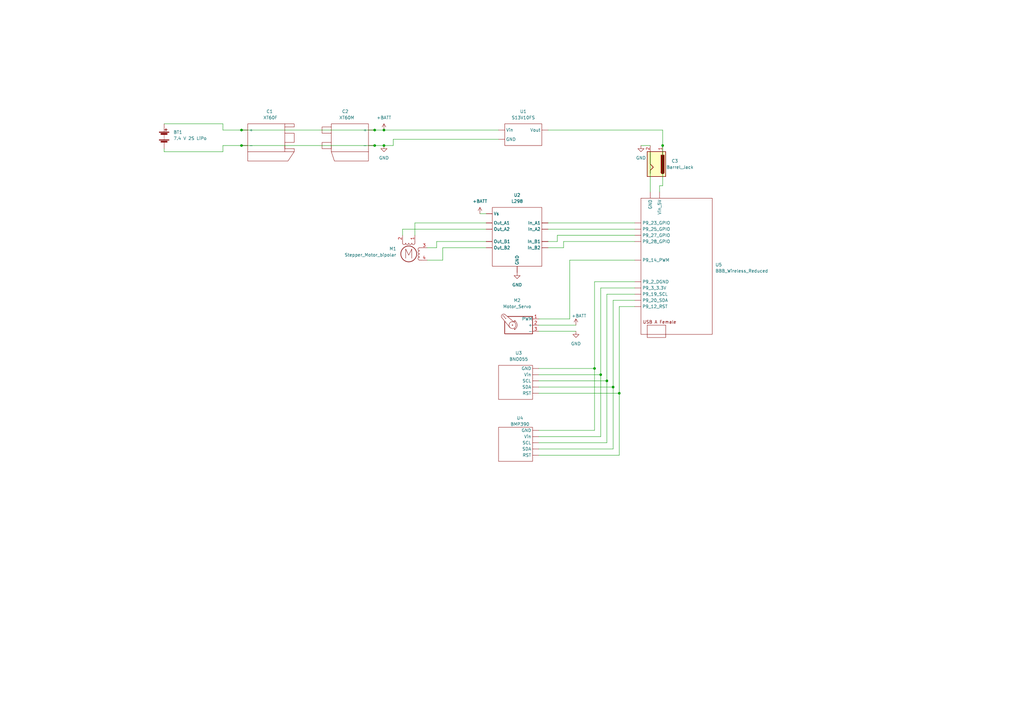
<source format=kicad_sch>
(kicad_sch (version 20211123) (generator eeschema)
  (paper "A3")
  (title_block (title "Payload Main Circuit") (date "2022-12-16") (rev "1.1"))
  (lib_symbols
    (symbol "Connector:Barrel_Jack" (pin_names (offset 1.016))
      (property "Reference" "J" (at 0 5.334 0))
      (property "Value" "Barrel_Jack" (at 0 -5.08 0))
      (symbol "Barrel_Jack_0_1"
        (rectangle (start -5.08 3.81) (end 5.08 -3.81) (stroke (width 0.254)) (fill (type background)))
        (arc (start -3.302 3.175) (mid -3.937 2.54) (end -3.302 1.905) (stroke (width 0.254)))
        (arc (start -3.302 3.175) (mid -3.937 2.54) (end -3.302 1.905) (stroke (width 0.254)) (fill (type outline)))
        (polyline (pts (xy 5.08 2.54) (xy 3.81 2.54)) (stroke (width 0.254)))
        (polyline (pts (xy -3.81 -2.54) (xy -2.54 -2.54) (xy -1.27 -1.27) (xy 0 -2.54) (xy 2.54 -2.54) (xy 5.08 -2.54)) (stroke (width 0.254)))
        (rectangle (start 3.683 3.175) (end -3.302 1.905) (stroke (width 0.254)) (fill (type outline)))
      )
      (symbol "Barrel_Jack_1_1"
        (pin passive line (at 7.62 2.54 180) (length 2.54) (name "~") (number "1"))
        (pin passive line (at 7.62 -2.54 180) (length 2.54) (name "~") (number "2"))
      )
    )
    (symbol "Device:Battery" (pin_numbers hide) (pin_names (offset 0) hide)
      (property "Reference" "BT" (at 2.54 2.54 0))
      (property "Value" "Battery" (at 2.54 0 0))
      (symbol "Battery_0_1"
        (rectangle (start -2.032 -1.397) (end 2.032 -1.651) (fill (type outline)))
        (rectangle (start -2.032 1.778) (end 2.032 1.524) (fill (type outline)))
        (rectangle (start -1.3208 -1.9812) (end 1.27 -2.4892) (fill (type outline)))
        (rectangle (start -1.3208 1.1938) (end 1.27 0.6858) (fill (type outline)))
        (polyline (pts (xy 0 -1.524) (xy 0 -1.27)))
        (polyline (pts (xy 0 -1.016) (xy 0 -0.762)))
        (polyline (pts (xy 0 -0.508) (xy 0 -0.254)))
        (polyline (pts (xy 0 0) (xy 0 0.254)))
        (polyline (pts (xy 0 0.508) (xy 0 0.762)))
        (polyline (pts (xy 0 1.778) (xy 0 2.54)))
        (polyline (pts (xy 0.254 2.667) (xy 1.27 2.667)) (stroke (width 0.254)))
        (polyline (pts (xy 0.762 3.175) (xy 0.762 2.159)) (stroke (width 0.254)))
      )
      (symbol "Battery_1_1"
        (pin passive line (at 0 5.08 270) (length 2.54) (name "+") (number "1"))
        (pin passive line (at 0 -5.08 90) (length 2.54) (name "-") (number "2"))
      )
    )
    (symbol "Motor:Motor_Servo" (pin_names (offset 0.0254))
      (property "Reference" "M" (at -5.08 4.445 0))
      (property "Value" "Motor_Servo" (at -5.08 -4.064 0))
      (symbol "Motor_Servo_0_1"
        (polyline (pts (xy 2.413 -1.778) (xy 2.032 -1.778)))
        (polyline (pts (xy 2.413 -1.778) (xy 2.286 -1.397)))
        (polyline (pts (xy 2.413 1.778) (xy 1.905 1.778)))
        (polyline (pts (xy 2.413 1.778) (xy 2.286 1.397)))
        (polyline (pts (xy 6.35 4.445) (xy 2.54 1.27)))
        (polyline (pts (xy 7.62 3.175) (xy 4.191 -1.016)))
        (polyline (pts (xy 5.08 3.556) (xy -5.08 3.556) (xy -5.08 -3.556) (xy 6.35 -3.556) (xy 6.35 1.524)) (stroke (width 0.254)))
        (arc (start 2.413 1.778) (mid 1.2406 0) (end 2.413 -1.778))
        (circle (center 3.175 0) (radius 0.1778))
        (circle (center 3.175 0) (radius 1.4224))
        (circle (center 5.969 2.794) (radius 0.127))
        (circle (center 6.477 3.302) (radius 0.127))
        (circle (center 6.985 3.81) (radius 0.127))
        (arc (start 7.62 3.175) (mid 7.4485 4.2735) (end 6.35 4.445))
      )
      (symbol "Motor_Servo_1_1"
        (pin passive line (at -7.62 2.54 0) (length 2.54) (name "PWM") (number "1"))
        (pin passive line (at -7.62 0 0) (length 2.54) (name "+") (number "2"))
        (pin passive line (at -7.62 -2.54 0) (length 2.54) (name "-") (number "3"))
      )
    )
    (symbol "Motor:Stepper_Motor_bipolar" (pin_names (offset 0) hide)
      (property "Reference" "M" (at 3.81 2.54 0))
      (property "Value" "Stepper_Motor_bipolar" (at 3.81 1.27 0))
      (symbol "Stepper_Motor_bipolar_0_0"
        (polyline (pts (xy -1.27 -1.778) (xy -1.27 2.032) (xy 0 -0.508) (xy 1.27 2.032) (xy 1.27 -1.778)))
      )
      (symbol "Stepper_Motor_bipolar_0_1"
        (arc (start -4.445 -2.54) (mid -3.81 -1.905) (end -4.445 -1.27))
        (arc (start -4.445 -1.27) (mid -3.81 -0.635) (end -4.445 0))
        (arc (start -4.445 0) (mid -3.81 0.635) (end -4.445 1.27))
        (arc (start -4.445 1.27) (mid -3.81 1.905) (end -4.445 2.54))
        (arc (start -2.54 4.445) (mid -1.905 3.81) (end -1.27 4.445))
        (arc (start -1.27 4.445) (mid -0.635 3.81) (end 0 4.445))
        (polyline (pts (xy -5.08 -2.54) (xy -4.445 -2.54)))
        (polyline (pts (xy -5.08 2.54) (xy -4.445 2.54)))
        (polyline (pts (xy -2.54 5.08) (xy -2.54 4.445)))
        (polyline (pts (xy 2.54 5.08) (xy 2.54 4.445)))
        (circle (center 0 0) (radius 3.2512) (stroke (width 0.254)))
        (arc (start 0 4.445) (mid 0.635 3.81) (end 1.27 4.445))
        (arc (start 1.27 4.445) (mid 1.905 3.81) (end 2.54 4.445))
      )
      (symbol "Stepper_Motor_bipolar_1_1"
        (pin passive line (at -2.54 7.62 270) (length 2.54) (name "~") (number "1"))
        (pin passive line (at 2.54 7.62 270) (length 2.54) (name "-") (number "2"))
        (pin passive line (at -7.62 2.54 0) (length 2.54) (name "~") (number "3"))
        (pin passive line (at -7.62 -2.54 0) (length 2.54) (name "~") (number "4"))
      )
    )
    (symbol "payload_symbol_library:BBB_Wireless_Reduced"
      (property "Reference" "U" (at 21.59 3.81 0))
      (property "Value" "BBB_Wireless_Reduced" (at 24.13 1.27 0))
      (symbol "BBB_Wireless_Reduced_0_0"
        (text "USB A Female" (at 7.62 -50.8 0) (effects (font (size 1.27 1.27))))
      )
      (symbol "BBB_Wireless_Reduced_0_1"
        (rectangle (start 0 0) (end 29.21 -55.88))
        (rectangle (start 2.54 -57.15) (end 10.16 -52.07))
      )
      (symbol "BBB_Wireless_Reduced_1_1"
        (pin power_in line (at 3.81 2.54 270) (length 2.54) (name "GND") (number ""))
        (pin output line (at -2.54 -44.45 0) (length 2.54) (name "P9_12_RST") (number ""))
        (pin output line (at -2.54 -25.4 0) (length 2.54) (name "P9_14_PWM") (number ""))
        (pin output line (at -2.54 -39.37 0) (length 2.54) (name "P9_19_SCL") (number ""))
        (pin bidirectional line (at -2.54 -41.91 0) (length 2.54) (name "P9_20_SDA") (number ""))
        (pin output line (at -2.54 -10.16 0) (length 2.54) (name "P9_23_GPIO") (number ""))
        (pin output line (at -2.54 -12.7 0) (length 2.54) (name "P9_25_GPIO") (number ""))
        (pin output line (at -2.54 -15.24 0) (length 2.54) (name "P9_27_GPIO") (number ""))
        (pin output line (at -2.54 -17.78 0) (length 2.54) (name "P9_28_GPIO") (number ""))
        (pin power_out line (at -2.54 -34.29 0) (length 2.54) (name "P9_2_DGND") (number ""))
        (pin power_out line (at -2.54 -36.83 0) (length 2.54) (name "P9_3_3.3V") (number ""))
        (pin power_in line (at 7.62 2.54 270) (length 2.54) (name "Vin_5V") (number ""))
      )
    )
    (symbol "payload_symbol_library:BMP390"
      (property "Reference" "U" (at -6.35 3.81 0))
      (property "Value" "BMP390" (at -3.81 1.27 0))
      (symbol "BMP390_0_1"
        (rectangle (start -13.97 0) (end 0 -13.97))
      )
      (symbol "BMP390_1_1"
        (pin power_in line (at -16.51 -1.27 0) (length 2.54) (name "GND") (number ""))
        (pin input line (at -16.51 -11.43 0) (length 2.54) (name "RST") (number ""))
        (pin input line (at -16.51 -6.35 0) (length 2.54) (name "SCL") (number ""))
        (pin bidirectional line (at -16.51 -8.89 0) (length 2.54) (name "SDA") (number ""))
        (pin power_in line (at -16.51 -3.81 0) (length 2.54) (name "Vin") (number ""))
      )
    )
    (symbol "payload_symbol_library:BNO055"
      (property "Reference" "U" (at -6.35 3.81 0))
      (property "Value" "BNO055" (at -3.81 1.27 0))
      (symbol "BNO055_0_1"
        (rectangle (start -13.97 0) (end 0 -13.97))
      )
      (symbol "BNO055_1_1"
        (pin power_in line (at -16.51 -1.27 0) (length 2.54) (name "GND") (number ""))
        (pin input line (at -16.51 -11.43 0) (length 2.54) (name "RST") (number ""))
        (pin input line (at -16.51 -6.35 0) (length 2.54) (name "SCL") (number ""))
        (pin bidirectional line (at -16.51 -8.89 0) (length 2.54) (name "SDA") (number ""))
        (pin power_in line (at -16.51 -3.81 0) (length 2.54) (name "Vin") (number ""))
      )
    )
    (symbol "payload_symbol_library:L298"
      (property "Reference" "U" (at 2.54 3.81 0))
      (property "Value" "L298" (at 2.54 1.27 0))
      (symbol "L298_0_0"
        (rectangle (start 0 0) (end 20.32 -24.13))
      )
      (symbol "L298_1_1"
        (pin power_in line (at 10.16 -26.67 90) (length 2.54) (name "GND") (number ""))
        (pin input line (at 22.86 -6.35 180) (length 2.54) (name "In_A1") (number ""))
        (pin input line (at 22.86 -8.89 180) (length 2.54) (name "In_A2") (number ""))
        (pin input line (at 22.86 -13.97 180) (length 2.54) (name "In_B1") (number ""))
        (pin input line (at 22.86 -16.51 180) (length 2.54) (name "In_B2") (number ""))
        (pin output line (at -2.54 -6.35 0) (length 2.54) (name "Out_A1") (number ""))
        (pin output line (at -2.54 -8.89 0) (length 2.54) (name "Out_A2") (number ""))
        (pin output line (at -2.54 -13.97 0) (length 2.54) (name "Out_B1") (number ""))
        (pin output line (at -2.54 -16.51 0) (length 2.54) (name "Out_B2") (number ""))
        (pin power_in line (at -2.54 -2.54 0) (length 2.54) (name "Vs") (number ""))
      )
    )
    (symbol "payload_symbol_library:S13V10FS"
      (property "Reference" "U" (at 0 1.27 0))
      (property "Value" "S13V10FS" (at 3.81 3.81 0))
      (symbol "S13V10FS_0_1"
        (rectangle (start -15.24 0) (end 0 -8.89))
      )
      (symbol "S13V10FS_1_1"
        (pin power_in line (at -17.78 -6.35 0) (length 2.54) (name "GND") (number ""))
        (pin power_in line (at -17.78 -2.54 0) (length 2.54) (name "Vin") (number ""))
        (pin power_out line (at 2.54 -2.54 180) (length 2.54) (name "Vout") (number ""))
      )
    )
    (symbol "payload_symbol_library:XT60F"
      (property "Reference" "C" (at 0 0 0))
      (property "Value" "XT60F" (at 1.27 2.54 0))
      (symbol "XT60F_0_0"
        (polyline (pts (xy 0 -12.7) (xy 2.54 -16.51) (xy 19.05 -16.51) (xy 19.05 -12.7)))
      )
      (symbol "XT60F_0_1"
        (polyline (pts (xy 3.81 -2.54) (xy 0 -2.54)))
        (polyline (pts (xy 0 -11.43) (xy 3.81 -11.43) (xy 3.81 -10.16)))
        (polyline (pts (xy 3.81 -12.7) (xy 0 -12.7) (xy 0 -11.43)))
        (polyline (pts (xy 3.81 -1.27) (xy 0 -1.27) (xy 0 -2.54)))
        (polyline (pts (xy 3.81 -8.89) (xy 0 -8.89) (xy 0 -5.08) (xy 3.81 -5.08)))
        (rectangle (start 3.81 -1.27) (end 19.05 -12.7))
      )
      (symbol "XT60F_1_1"
        (pin power_out line (at 21.59 -3.81 180) (length 2.54) (name "+") (number ""))
        (pin power_out line (at 21.59 -10.16 180) (length 2.54) (name "-") (number ""))
      )
    )
    (symbol "payload_symbol_library:XT60M"
      (property "Reference" "C" (at 0 0 0))
      (property "Value" "XT60M" (at 1.27 2.54 0))
      (symbol "XT60M_0_0"
        (polyline (pts (xy 0 -13.97) (xy 1.27 -17.78) (xy 15.24 -17.78) (xy 15.24 -13.97)))
      )
      (symbol "XT60M_0_1"
        (rectangle (start 0 -2.54) (end 15.24 -13.97))
        (polyline (pts (xy 0 -3.81) (xy -3.81 -3.81) (xy -3.81 -6.35) (xy 0 -6.35)))
        (polyline (pts (xy 0 -10.16) (xy -3.81 -10.16) (xy -3.81 -12.7) (xy 0 -12.7) (xy 0 -11.43)))
      )
      (symbol "XT60M_1_1"
        (pin power_out line (at 17.78 -5.08 180) (length 2.54) (name "+") (number ""))
        (pin power_out line (at 17.78 -11.43 180) (length 2.54) (name "-") (number ""))
      )
    )
    (symbol "power:+BATT" (power) (pin_names (offset 0))
      (property "Value" "+BATT" (at 0 3.556 0))
      (symbol "+BATT_0_1"
        (polyline (pts (xy -0.762 1.27) (xy 0 2.54)))
        (polyline (pts (xy 0 0) (xy 0 2.54)))
        (polyline (pts (xy 0 2.54) (xy 0.762 1.27)))
      )
      (symbol "+BATT_1_1"
        (pin power_in line (at 0 0 90) (length 0) hide (name "+BATT") (number "1"))
      )
    )
    (symbol "power:GND" (power) (pin_names (offset 0))
      (property "Value" "GND" (at 0 -3.81 0))
      (symbol "GND_0_1"
        (polyline (pts (xy 0 0) (xy 0 -1.27) (xy 1.27 -1.27) (xy 0 -2.54) (xy -1.27 -1.27) (xy 0 -1.27)))
      )
      (symbol "GND_1_1"
        (pin power_in line (at 0 0 270) (length 0) hide (name "GND") (number "1"))
      )
    )
  )
  (junction (at 251.46 158.75))
  (junction (at 271.78 59.69))
  (junction (at 153.67 53.34))
  (junction (at 153.67 59.69))
  (junction (at 243.84 151.13))
  (junction (at 248.92 156.21))
  (junction (at 246.38 153.67))
  (junction (at 254 161.29))
  (junction (at 157.48 59.69))
  (junction (at 99.06 59.69))
  (junction (at 157.48 53.34))
  (junction (at 99.06 53.34))
  (wire (pts (xy 243.84 151.13) (xy 243.84 176.53)))
  (wire (pts (xy 248.92 156.21) (xy 248.92 181.61)))
  (wire (pts (xy 165.1 93.98) (xy 199.39 93.98)))
  (wire (pts (xy 246.38 153.67) (xy 220.98 153.67)))
  (wire (pts (xy 91.44 62.23) (xy 67.31 62.23)))
  (wire (pts (xy 170.18 91.44) (xy 170.18 96.52)))
  (wire (pts (xy 157.48 53.34) (xy 204.47 53.34)))
  (wire (pts (xy 266.7 62.23) (xy 266.7 78.74)))
  (wire (pts (xy 228.6 99.06) (xy 224.79 99.06)))
  (wire (pts (xy 91.44 50.8) (xy 91.44 53.34)))
  (wire (pts (xy 161.29 59.69) (xy 161.29 57.15)))
  (wire (pts (xy 270.51 76.2) (xy 271.78 76.2)))
  (wire (pts (xy 231.14 101.6) (xy 231.14 99.06)))
  (wire (pts (xy 228.6 96.52) (xy 228.6 99.06)))
  (wire (pts (xy 270.51 78.74) (xy 270.51 76.2)))
  (wire (pts (xy 161.29 59.69) (xy 157.48 59.69)))
  (wire (pts (xy 220.98 179.07) (xy 246.38 179.07)))
  (wire (pts (xy 220.98 184.15) (xy 251.46 184.15)))
  (wire (pts (xy 224.79 53.34) (xy 271.78 53.34)))
  (wire (pts (xy 254 161.29) (xy 254 186.69)))
  (wire (pts (xy 91.44 59.69) (xy 91.44 62.23)))
  (wire (pts (xy 181.61 101.6) (xy 199.39 101.6)))
  (wire (pts (xy 260.35 106.68) (xy 233.68 106.68)))
  (wire (pts (xy 233.68 106.68) (xy 233.68 130.81)))
  (wire (pts (xy 181.61 106.68) (xy 181.61 101.6)))
  (wire (pts (xy 246.38 179.07) (xy 246.38 153.67)))
  (wire (pts (xy 251.46 184.15) (xy 251.46 158.75)))
  (wire (pts (xy 220.98 176.53) (xy 243.84 176.53)))
  (wire (pts (xy 220.98 133.35) (xy 236.22 133.35)))
  (wire (pts (xy 271.78 59.69) (xy 271.78 76.2)))
  (wire (pts (xy 233.68 130.81) (xy 220.98 130.81)))
  (wire (pts (xy 251.46 158.75) (xy 220.98 158.75)))
  (wire (pts (xy 248.92 156.21) (xy 248.92 120.65)))
  (wire (pts (xy 248.92 181.61) (xy 220.98 181.61)))
  (wire (pts (xy 260.35 118.11) (xy 246.38 118.11)))
  (wire (pts (xy 199.39 91.44) (xy 170.18 91.44)))
  (wire (pts (xy 271.78 53.34) (xy 271.78 59.69)))
  (wire (pts (xy 196.85 87.63) (xy 199.39 87.63)))
  (wire (pts (xy 67.31 50.8) (xy 91.44 50.8)))
  (wire (pts (xy 99.06 59.69) (xy 153.67 59.69)))
  (wire (pts (xy 224.79 91.44) (xy 260.35 91.44)))
  (wire (pts (xy 254 125.73) (xy 260.35 125.73)))
  (wire (pts (xy 161.29 57.15) (xy 204.47 57.15)))
  (wire (pts (xy 224.79 101.6) (xy 231.14 101.6)))
  (wire (pts (xy 251.46 123.19) (xy 251.46 158.75)))
  (wire (pts (xy 99.06 53.34) (xy 153.67 53.34)))
  (wire (pts (xy 220.98 135.89) (xy 236.22 135.89)))
  (wire (pts (xy 153.67 53.34) (xy 157.48 53.34)))
  (wire (pts (xy 179.07 101.6) (xy 179.07 99.06)))
  (wire (pts (xy 224.79 93.98) (xy 260.35 93.98)))
  (wire (pts (xy 153.67 59.69) (xy 157.48 59.69)))
  (wire (pts (xy 262.89 59.69) (xy 266.7 59.69)))
  (wire (pts (xy 248.92 120.65) (xy 260.35 120.65)))
  (wire (pts (xy 243.84 151.13) (xy 243.84 115.57)))
  (wire (pts (xy 246.38 118.11) (xy 246.38 153.67)))
  (wire (pts (xy 254 161.29) (xy 254 125.73)))
  (wire (pts (xy 175.26 106.68) (xy 181.61 106.68)))
  (wire (pts (xy 220.98 151.13) (xy 243.84 151.13)))
  (wire (pts (xy 243.84 115.57) (xy 260.35 115.57)))
  (wire (pts (xy 231.14 99.06) (xy 260.35 99.06)))
  (wire (pts (xy 254 186.69) (xy 220.98 186.69)))
  (wire (pts (xy 91.44 59.69) (xy 99.06 59.69)))
  (wire (pts (xy 179.07 99.06) (xy 199.39 99.06)))
  (wire (pts (xy 260.35 123.19) (xy 251.46 123.19)))
  (wire (pts (xy 165.1 93.98) (xy 165.1 96.52)))
  (wire (pts (xy 220.98 161.29) (xy 254 161.29)))
  (wire (pts (xy 91.44 53.34) (xy 99.06 53.34)))
  (wire (pts (xy 260.35 96.52) (xy 228.6 96.52)))
  (wire (pts (xy 67.31 62.23) (xy 67.31 60.96)))
  (wire (pts (xy 175.26 101.6) (xy 179.07 101.6)))
  (wire (pts (xy 220.98 156.21) (xy 248.92 156.21)))
  (symbol (lib_id "payload_symbol_library:BMP390") (at 204.47 175.26 0) (mirror y) (unit 1)
    (property "Reference" "U4" (at 214.63 171.45 0) (effects (justify left)))
    (property "Value" "BMP390" (at 217.17 173.99 0) (effects (justify left)))
  )
  (symbol (lib_id "power:GND") (at 236.22 135.89 0) (unit 1)
    (property "Reference" "#PWR0107" (effects hide))
    (property "Value" "GND" (at 236.22 140.97 0))
  )
  (symbol (lib_id "power:GND") (at 157.48 59.69 0) (unit 1)
    (property "Reference" "#PWR0102" (effects hide))
    (property "Value" "GND" (at 157.48 64.77 0))
  )
  (symbol (lib_id "power:+BATT") (at 196.85 87.63 0) (unit 1)
    (property "Reference" "#PWR0101" (effects hide))
    (property "Value" "+BATT" (at 196.85 82.55 0))
  )
  (symbol (lib_id "power:GND") (at 262.89 59.69 0) (unit 1)
    (property "Reference" "#PWR0104" (effects hide))
    (property "Value" "GND" (at 262.89 64.77 0))
  )
  (symbol (lib_id "Motor:Motor_Servo") (at 213.36 133.35 0) (mirror y) (unit 1)
    (property "Reference" "M2" (at 212.1011 123.19 0))
    (property "Value" "Motor_Servo" (at 212.1011 125.73 0))
    (property "Datasheet" "http://forums.parallax.com/uploads/attachments/46831/74481.png" (effects hide))
  )
  (symbol (lib_id "payload_symbol_library:S13V10FS") (at 222.25 50.8 0) (unit 1)
    (property "Reference" "U1" (at 214.63 45.72 0))
    (property "Value" "S13V10FS" (at 214.63 48.26 0))
  )
  (symbol (lib_id "payload_symbol_library:XT60M") (at 135.89 48.26 0) (unit 1)
    (property "Reference" "C2" (at 141.605 45.72 0))
    (property "Value" "XT60M" (at 142.24 48.26 0))
  )
  (symbol (lib_id "power:+BATT") (at 157.48 53.34 0) (unit 1)
    (property "Reference" "#PWR0103" (effects hide))
    (property "Value" "+BATT" (at 157.48 48.26 0))
  )
  (symbol (lib_id "payload_symbol_library:XT60F") (at 120.65 49.53 0) (mirror y) (unit 1)
    (property "Reference" "C1" (at 109.22 45.72 0) (effects (justify right)))
    (property "Value" "XT60F" (at 107.95 48.26 0) (effects (justify right)))
  )
  (symbol (lib_id "power:GND") (at 212.09 111.76 0) (unit 1)
    (property "Reference" "#PWR0106" (effects hide))
    (property "Value" "GND" (at 212.09 116.84 0))
  )
  (symbol (lib_id "payload_symbol_library:BBB_Wireless_Reduced") (at 262.89 81.28 0) (unit 1)
    (property "Reference" "U5" (at 293.37 108.5849 0) (effects (justify left)))
    (property "Value" "BBB_Wireless_Reduced" (at 293.37 111.1249 0) (effects (justify left)))
  )
  (symbol (lib_id "payload_symbol_library:L298") (at 201.93 85.09 0) (unit 1)
    (property "Reference" "U2" (at 212.09 80.01 0))
    (property "Value" "L298" (at 212.09 82.55 0))
  )
  (symbol (lib_id "payload_symbol_library:BNO055") (at 204.47 149.86 0) (mirror y) (unit 1)
    (property "Reference" "U3" (at 212.725 144.78 0))
    (property "Value" "BNO055" (at 212.725 147.32 0))
  )
  (symbol (lib_id "Motor:Stepper_Motor_bipolar") (at 167.64 104.14 0) (mirror y) (unit 1)
    (property "Reference" "M1" (at 162.56 102.019 0) (effects (justify left)))
    (property "Value" "Stepper_Motor_bipolar" (at 162.56 104.559 0) (effects (justify left)))
    (property "Datasheet" "http://www.infineon.com/dgdl/Application-Note-TLE8110EE_driving_UniPolarStepperMotor_V1.1.pdf?fileId=db3a30431be39b97011be5d0aa0a00b0" (effects hide))
  )
  (symbol (lib_id "Connector:Barrel_Jack") (at 269.24 67.31 270) (mirror x) (unit 1)
    (property "Reference" "C3" (at 278.13 66.04 90) (effects (justify right)))
    (property "Value" "Barrel_Jack" (at 284.48 68.58 90) (effects (justify right)))
  )
  (symbol (lib_id "power:+BATT") (at 236.22 133.35 0) (unit 1)
    (property "Reference" "#PWR0105" (effects hide))
    (property "Value" "+BATT" (at 237.49 129.54 0))
  )
  (symbol (lib_id "Device:Battery") (at 67.31 55.88 0) (unit 1)
    (property "Reference" "BT1" (at 71.12 54.2289 0) (effects (justify left)))
    (property "Value" "7.4 V 2S LiPo" (at 71.12 56.7689 0) (effects (justify left)))
  )
)
</source>
